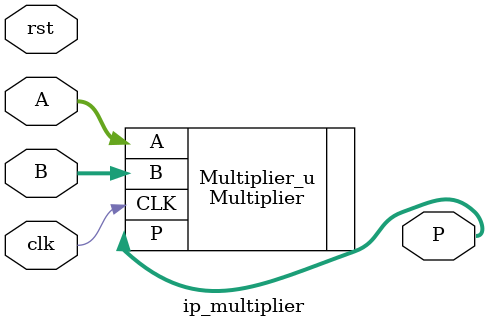
<source format=v>
module ip_multiplier (
    input wire clk,rst,
    input wire [32:0] A,
    input wire [32:0] B,
    output wire [65:0] P
);
    
`ifndef __SIM_IP__
Multiplier Multiplier_u(
    /*autoinst*/
    .CLK                    (clk), //input */
    .A                      (A), //input */
    .B                      (B), //input */
    .P                      (P)  //output */
); 
`else
    reg [65:0] seg1,seg0;
    always @(posedge clk) begin
        if (!rst) begin
            seg0 <= 0;
            seg1 <= 0;
        end
        else begin
            seg0 <= {{33{A[32]}}, A} * {{33{B[32]}}, B};	// MyMultipler.scala:9:{20,34}
            seg1 <= seg0;
        end
    end
    assign P = seg1;
`endif

endmodule

</source>
